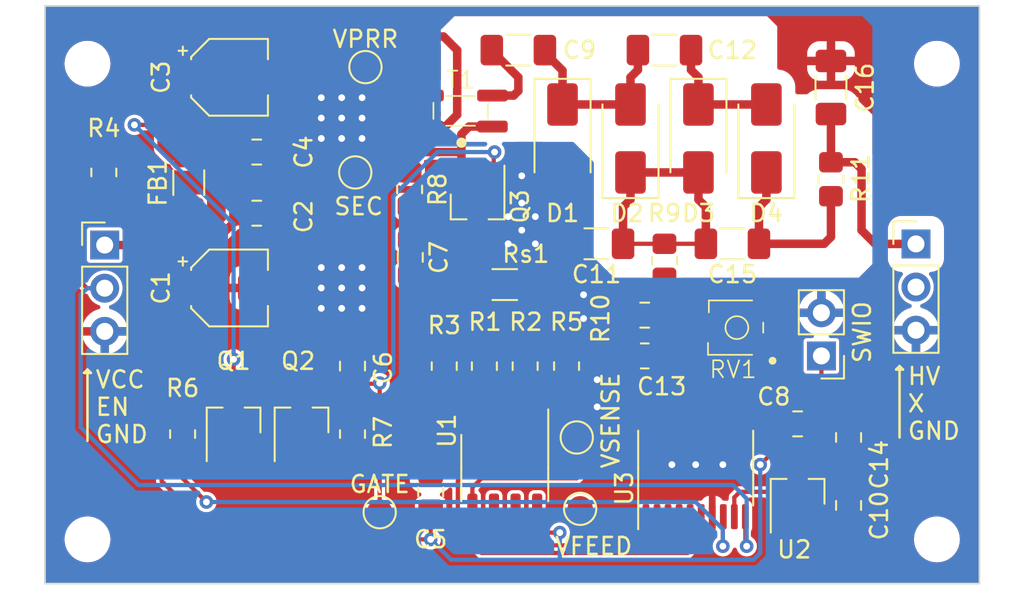
<source format=kicad_pcb>
(kicad_pcb (version 20221018) (generator pcbnew)

  (general
    (thickness 1.6)
  )

  (paper "A4")
  (layers
    (0 "F.Cu" signal)
    (31 "B.Cu" signal)
    (32 "B.Adhes" user "B.Adhesive")
    (33 "F.Adhes" user "F.Adhesive")
    (34 "B.Paste" user)
    (35 "F.Paste" user)
    (36 "B.SilkS" user "B.Silkscreen")
    (37 "F.SilkS" user "F.Silkscreen")
    (38 "B.Mask" user)
    (39 "F.Mask" user)
    (40 "Dwgs.User" user "User.Drawings")
    (41 "Cmts.User" user "User.Comments")
    (42 "Eco1.User" user "User.Eco1")
    (43 "Eco2.User" user "User.Eco2")
    (44 "Edge.Cuts" user)
    (45 "Margin" user)
    (46 "B.CrtYd" user "B.Courtyard")
    (47 "F.CrtYd" user "F.Courtyard")
    (48 "B.Fab" user)
    (49 "F.Fab" user)
    (50 "User.1" user)
    (51 "User.2" user)
    (52 "User.3" user)
    (53 "User.4" user)
    (54 "User.5" user)
    (55 "User.6" user)
    (56 "User.7" user)
    (57 "User.8" user)
    (58 "User.9" user)
  )

  (setup
    (pad_to_mask_clearance 0)
    (pcbplotparams
      (layerselection 0x00010fc_ffffffff)
      (plot_on_all_layers_selection 0x0000000_00000000)
      (disableapertmacros false)
      (usegerberextensions false)
      (usegerberattributes true)
      (usegerberadvancedattributes true)
      (creategerberjobfile true)
      (dashed_line_dash_ratio 12.000000)
      (dashed_line_gap_ratio 3.000000)
      (svgprecision 4)
      (plotframeref false)
      (viasonmask false)
      (mode 1)
      (useauxorigin false)
      (hpglpennumber 1)
      (hpglpenspeed 20)
      (hpglpendiameter 15.000000)
      (dxfpolygonmode true)
      (dxfimperialunits true)
      (dxfusepcbnewfont true)
      (psnegative false)
      (psa4output false)
      (plotreference true)
      (plotvalue true)
      (plotinvisibletext false)
      (sketchpadsonfab false)
      (subtractmaskfromsilk false)
      (outputformat 1)
      (mirror false)
      (drillshape 1)
      (scaleselection 1)
      (outputdirectory "")
    )
  )

  (net 0 "")
  (net 1 "VCC")
  (net 2 "GND")
  (net 3 "/VPR")
  (net 4 "Net-(Q3-G)")
  (net 5 "/RFEED_H")
  (net 6 "Net-(D1-K)")
  (net 7 "Net-(D2-K)")
  (net 8 "Net-(D3-K)")
  (net 9 "Net-(D4-K)")
  (net 10 "Net-(C7-Pad1)")
  (net 11 "VDD")
  (net 12 "Net-(C9-Pad1)")
  (net 13 "VPP")
  (net 14 "/ENABLE")
  (net 15 "unconnected-(J2-Pin_2-Pad2)")
  (net 16 "Net-(U1B-+)")
  (net 17 "Net-(Q1-B)")
  (net 18 "/MOS_D")
  (net 19 "Net-(Q1-E)")
  (net 20 "Net-(U1A-+)")
  (net 21 "/VSENSE")
  (net 22 "Net-(U1A--)")
  (net 23 "/GATE_DRV")
  (net 24 "/VFEED")
  (net 25 "/SWIO")
  (net 26 "Net-(R10-Pad2)")
  (net 27 "unconnected-(U3-PD4_A7_T2AETR2-Pad1)")
  (net 28 "unconnected-(U3-PD5_A5_UART_TX-Pad2)")
  (net 29 "unconnected-(U3-PD6_A6_UART_RX-Pad3)")
  (net 30 "unconnected-(U3-PD7_NRST_T2CH4-Pad4)")
  (net 31 "unconnected-(U3-PC1_SDA-Pad11)")
  (net 32 "unconnected-(U3-PC2_SCL-Pad12)")
  (net 33 "unconnected-(U3-PC3-Pad13)")
  (net 34 "unconnected-(U3-PC4_A2_T1CH4-Pad14)")
  (net 35 "unconnected-(U3-PC5_SCK-Pad15)")
  (net 36 "unconnected-(U3-PC6_MOSI-Pad16)")
  (net 37 "unconnected-(U3-PC7_MISO-Pad17)")
  (net 38 "unconnected-(U3-PD2_A3_T2CH1-Pad19)")
  (net 39 "unconnected-(U3-PD2_A4_T1CH2-Pad20)")

  (footprint "Resistor_SMD:R_0805_2012Metric_Pad1.20x1.40mm_HandSolder" (layer "F.Cu") (at 136.7625 44.8 -90))

  (footprint "Resistor_SMD:R_0805_2012Metric_Pad1.20x1.40mm_HandSolder" (layer "F.Cu") (at 132 44.8 90))

  (footprint "MountingHole:MountingHole_2.2mm_M2_DIN965" (layer "F.Cu") (at 111 55))

  (footprint "Connector_PinHeader_2.54mm:PinHeader_1x03_P2.54mm_Vertical" (layer "F.Cu") (at 112.0145 37.675))

  (footprint "Resistor_SMD:R_0805_2012Metric_Pad1.20x1.40mm_HandSolder" (layer "F.Cu") (at 154.7625 33.8 90))

  (footprint "Capacitor_SMD:C_1206_3216Metric_Pad1.33x1.80mm_HandSolder" (layer "F.Cu") (at 154.7625 28.4 90))

  (footprint "Capacitor_SMD:C_0805_2012Metric_Pad1.18x1.45mm_HandSolder" (layer "F.Cu") (at 126.6 44.8 90))

  (footprint "Package_TO_SOT_SMD:SOT-23_Handsoldering" (layer "F.Cu") (at 123.6 48 90))

  (footprint "MountingHole:MountingHole_2.2mm_M2_DIN965" (layer "F.Cu") (at 161 27))

  (footprint "TestPoint:TestPoint_Pad_D1.5mm" (layer "F.Cu") (at 139.8 49))

  (footprint "TestPoint:TestPoint_Pad_D1.5mm" (layer "F.Cu") (at 128.2 53.4))

  (footprint "MountingHole:MountingHole_2.2mm_M2_DIN965" (layer "F.Cu") (at 161 55))

  (footprint "Resistor_SMD:R_0805_2012Metric_Pad1.20x1.40mm_HandSolder" (layer "F.Cu") (at 126.6 48.8 90))

  (footprint "Diode_SMD:D_SMA" (layer "F.Cu") (at 142.9625 31.4 90))

  (footprint "Resistor_SMD:R_0805_2012Metric_Pad1.20x1.40mm_HandSolder" (layer "F.Cu") (at 134.3625 44.8 -90))

  (footprint "TestPoint:TestPoint_Pad_D1.5mm" (layer "F.Cu") (at 127.3625 27.2))

  (footprint "Capacitor_SMD:C_1206_3216Metric_Pad1.33x1.80mm_HandSolder" (layer "F.Cu") (at 144.9625 26.2))

  (footprint "Package_TO_SOT_SMD:SOT-23_Handsoldering" (layer "F.Cu") (at 152.8 52.2 90))

  (footprint "Connector_PinHeader_2.54mm:PinHeader_1x03_P2.54mm_Vertical" (layer "F.Cu") (at 159.7665 37.607))

  (footprint "lcsc_misc:ATB322524-0110-T000" (layer "F.Cu") (at 132.9625 29.8))

  (footprint "Resistor_SMD:R_1206_3216Metric_Pad1.30x1.75mm_HandSolder" (layer "F.Cu") (at 116.9625 34 90))

  (footprint "Capacitor_SMD:C_0805_2012Metric_Pad1.18x1.45mm_HandSolder" (layer "F.Cu") (at 143.8 41.8 180))

  (footprint "lcsc_misc:VG039NCHXTB222" (layer "F.Cu") (at 147.625 42.584861 90))

  (footprint "Capacitor_SMD:CP_Elec_4x5.4" (layer "F.Cu") (at 119.3625 27.8))

  (footprint "Resistor_SMD:R_0805_2012Metric_Pad1.20x1.40mm_HandSolder" (layer "F.Cu") (at 144.9625 38.6 -90))

  (footprint "Capacitor_SMD:C_0805_2012Metric_Pad1.18x1.45mm_HandSolder" (layer "F.Cu") (at 120.9625 32.2))

  (footprint "Capacitor_SMD:C_0805_2012Metric_Pad1.18x1.45mm_HandSolder" (layer "F.Cu") (at 130 38.4 -90))

  (footprint "Resistor_SMD:R_1206_3216Metric_Pad1.30x1.75mm_HandSolder" (layer "F.Cu") (at 135.5625 40))

  (footprint "MountingHole:MountingHole_2.2mm_M2_DIN965" (layer "F.Cu") (at 111 27))

  (footprint "Capacitor_SMD:C_0805_2012Metric_Pad1.18x1.45mm_HandSolder" (layer "F.Cu") (at 155.8 53 -90))

  (footprint "Diode_SMD:D_SMA" (layer "F.Cu") (at 146.9625 31.4 -90))

  (footprint "Resistor_SMD:R_0805_2012Metric_Pad1.20x1.40mm_HandSolder" (layer "F.Cu") (at 116.6 48.8 90))

  (footprint "Resistor_SMD:R_0805_2012Metric_Pad1.20x1.40mm_HandSolder" (layer "F.Cu") (at 111.9625 33.4 90))

  (footprint "Package_TO_SOT_SMD:SOT-23_Handsoldering" (layer "F.Cu") (at 119.6 48 90))

  (footprint "Capacitor_SMD:C_0805_2012Metric_Pad1.18x1.45mm_HandSolder" (layer "F.Cu") (at 155.8 49 90))

  (footprint "Capacitor_SMD:C_1206_3216Metric_Pad1.33x1.80mm_HandSolder" (layer "F.Cu") (at 148.9625 37.6))

  (footprint "Capacitor_SMD:C_1206_3216Metric_Pad1.33x1.80mm_HandSolder" (layer "F.Cu") (at 136.3625 26.2))

  (footprint "Resistor_SMD:R_0805_2012Metric_Pad1.20x1.40mm_HandSolder" (layer "F.Cu") (at 143.8 44.2))

  (footprint "Diode_SMD:D_SMA" (layer "F.Cu") (at 150.9625 31.4 90))

  (footprint "Package_TO_SOT_SMD:SOT-23_Handsoldering" (layer "F.Cu") (at 133.9625 35.4 -90))

  (footprint "Diode_SMD:D_SMA" (layer "F.Cu") (at 138.9625 31.4 -90))

  (footprint "Connector_PinHeader_2.54mm:PinHeader_1x02_P2.54mm_Vertical" (layer "F.Cu") (at 154.2 44.2 180))

  (footprint "Package_SO:SOIC-8_3.9x4.9mm_P1.27mm" (layer "F.Cu") (at 135.5625 50.8 -90))

  (footprint "Resistor_SMD:R_0805_2012Metric_Pad1.20x1.40mm_HandSolder" (layer "F.Cu") (at 139.2 44.8 90))

  (footprint "Capacitor_SMD:CP_Elec_4x5.4" (layer "F.Cu") (at 119.3625 40.2))

  (footprint "Package_SO:TSSOP-20_4.4x6.5mm_P0.65mm" (layer "F.Cu") (at 146.8 50.8 90))

  (footprint "Capacitor_SMD:C_1206_3216Metric_Pad1.33x1.80mm_HandSolder" (layer "F.Cu") (at 140.9625 37.6))

  (footprint "Capacitor_SMD:C_0805_2012Metric_Pad1.18x1.45mm_HandSolder" (layer "F.Cu") (at 131.2 52.2 90))

  (footprint "Resistor_SMD:R_0805_2012Metric_Pad1.20x1.40mm_HandSolder" (layer "F.Cu") (at 129.9625 34.4 -90))

  (footprint "TestPoint:TestPoint_Pad_D1.5mm" (layer "F.Cu") (at 126.7625 33.4))

  (footprint "TestPoint:TestPoint_Pad_D1.5mm" (layer "F.Cu") (at 140 53.2))

  (footprint "Capacitor_SMD:C_0805_2012Metric_Pad1.18x1.45mm_HandSolder" (layer "F.Cu") (at 120.9625 35.8))

  (footprint "Capacitor_SMD:C_0805_2012Metric_Pad1.18x1.45mm_HandSolder" (layer "F.Cu") (at 152.8 48.2))

  (gr_line (start 110.8 45.2) (end 111.2 45.2)
    (stroke (width 0.15) (type default)) (layer "F.SilkS") (tstamp 0ae0131c-fff4-46b6-b449-9c0993df9f9c))
  (gr_line (start 158.8 44.8) (end 158.6 45)
    (stroke (width 0.15) (type default)) (layer "F.SilkS") (tstamp 1020d271-1bc7-4f3d-a11d-9dcd8fafd51d))
  (gr_line (start 111 45) (end 111 49.2)
    (stroke (width 0.15) (type default)) (layer "F.SilkS") (tstamp 1477062b-458a-4957-9f25-7f0e5be0530b))
  (gr_line (start 111.2 45.2) (end 111 45)
    (stroke (width 0.15) (type default)) (layer "F.SilkS") (tstamp 1a242a07-27af-487c-9480-dd142d5c6339))
  (gr_line (start 159 45) (end 158.8 44.8)
    (stroke (width 0.15) (type default)) (layer "F.SilkS") (tstamp 28b3c116-76b5-4719-9f55-687c9bd2dd76))
  (gr_line (start 158.6 45) (end 159 45)
    (stroke (width 0.15) (type default)) (layer "F.SilkS") (tstamp 5a6bdfc8-bb55-4190-9024-06a17bfe8fc3))
  (gr_line (start 158.8 44.8) (end 158.8 49)
    (stroke (width 0.15) (type default)) (layer "F.SilkS") (tstamp 839d92c9-6ae5-46c2-bc78-289c43e422ee))
  (gr_line (start 111 45) (end 110.8 45.2)
    (stroke (width 0.15) (type default)) (layer "F.SilkS") (tstamp fd367d7d-94a2-41b8-abb2-7e91f863b4be))
  (gr_rect (start 108.5 23.6) (end 163.5 57.6)
    (stroke (width 0.1) (type default)) (fill none) (layer "Edge.Cuts") (tstamp f237f43f-3bb2-4665-92f8-866e22f3400d))
  (gr_text "HV\nX\nGND\n" (at 159.2 49.2) (layer "F.SilkS") (tstamp 2973b3db-14b4-45bd-a5e6-45d896998617)
    (effects (font (size 1 1) (thickness 0.15)) (justify left bottom))
  )
  (gr_text "VCC\nEN\nGND\n" (at 111.4 49.4) (layer "F.SilkS") (tstamp a6124a94-4cc1-4f7b-8539-0164ff84cb4d)
    (effects (font (size 1 1) (thickness 0.15)) (justify left bottom))
  )

  (segment (start 152.6 49.4) (end 151.8 49.4) (width 0.25) (layer "F.Cu") (net 1) (tstamp 0246bb67-86bd-4281-9444-8144cd8b8fcf))
  (segment (start 119.925 35.8) (end 119.925 36.0375) (width 0.5) (layer "F.Cu") (net 1) (tstamp 0a47d165-51c5-4123-87f9-43c5fdd0f78e))
  (segment (start 115.3625 51.5625) (end 118.8 55) (width 0.25) (layer "F.Cu") (net 1) (tstamp 1402e35d-3684-447a-8f74-742370ebcd50))
  (segment (start 119.925 36.0375) (end 118.5625 37.4) (width 0.5) (layer "F.Cu") (net 1) (tstamp 185aae93-bb15-4d7d-afdb-7b7d25310887))
  (segment (start 118.5625 37.4) (end 115.3625 37.4) (width 0.5) (layer "F.Cu") (net 1) (tstamp 2241f2f8-b182-4335-887b-242b7aee3e51))
  (segment (start 117.5625 40.2) (end 115.3625 40.2) (width 0.5) (layer "F.Cu") (net 1) (tstamp 279359e5-12fc-48f6-910a-a1bc5775225e))
  (segment (start 150.6 50.6) (end 151.7625 49.4375) (width 0.25) (layer "F.Cu") (net 1) (tstamp 363494be-ba26-4bb9-ba03-8038cae19e3f))
  (segment (start 115.3625 37.8) (end 115.3625 40.2) (width 0.5) (layer "F.Cu") (net 1) (tstamp 4209afe0-53c0-4bce-b39a-038cc264a92b))
  (segment (start 137.6 54.6) (end 138.8 54.6) (width 0.25) (layer "F.Cu") (net 1) (tstamp 4a1032c3-eac9-4163-9f10-a76bf76a717c))
  (segment (start 152.8 49.6) (end 152.6 49.4) (width 0.25) (layer "F.Cu") (net 1) (tstamp 4f2a3a66-8e1a-45b5-b14d-b9afa39c2e71))
  (segment (start 118.8 55) (end 131.2 55) (width 0.25) (layer "F.Cu") (net 1) (tstamp 730e2d72-447e-4ca9-9258-f0a4fa014251))
  (segment (start 115.6125 35.55) (end 115.3625 35.8) (width 0.5) (layer "F.Cu") (net 1) (tstamp 7d2d31bf-7f70-4267-b0ce-13d9dfb39ba8))
  (segment (start 111.9625 37.675) (end 115.2375 37.675) (width 0.5) (layer "F.Cu") (net 1) (tstamp 7d932338-b960-4528-8c3d-0f6e76f7f005))
  (segment (start 131.2 53.2375) (end 131.2 55) (width 0.25) (layer "F.Cu") (net 1) (tstamp 87de6b01-84dd-43ee-8723-96d8cf0f9abb))
  (segment (start 151.7625 48.2) (end 151.7625 49.2) (width 0.25) (layer "F.Cu") (net 1) (tstamp 952256d4-582d-4b46-a280-1ad709d6bd8e))
  (segment (start 115.3625 35.8) (end 115.3625 37.4) (width 0.5) (layer "F.Cu") (net 1) (tstamp 9f7c8363-d5ca-4dc2-b98b-cce6443e562c))
  (segment (start 152.8 50.7) (end 152.8 49.6) (width 0.25) (layer "F.Cu") (net 1) (tstamp acfd0dde-a4fe-48b9-8a62-63d81d002728))
  (segment (start 137.4675 53.275) (end 137.4675 54.4675) (width 0.25) (layer "F.Cu") (net 1) (tstamp ba08b0a9-ff36-4867-b84c-93b57bdfb036))
  (segment (start 116.9625 35.55) (end 115.6125 35.55) (width 0.5) (layer "F.Cu") (net 1) (tstamp cd4de93a-8799-4dc3-92df-d90737ee8a81))
  (segment (start 137.4675 54.4675) (end 137.6 54.6) (width 0.25) (layer "F.Cu") (net 1) (tstamp cf27cb83-1cbe-4d1f-b6a5-e3cebcb0df0b))
  (segment (start 151.8 49.4) (end 151.7625 49.4375) (width 0.25) (layer "F.Cu") (net 1) (tstamp d1fdd032-4160-4b3e-aa42-d6b1cbf925f3))
  (segment (start 151.7625 49.2) (end 151.7625 49.4375) (width 0.25) (layer "F.Cu") (net 1) (tstamp d2ef4f0c-c2a7-4eef-a466-77f4311ae5d7))
  (segment (start 115.3625 40.2) (end 115.3625 40.6) (width 0.5) (layer "F.Cu") (net 1) (tstamp d8230a41-8283-4f53-8875-b796a73af947))
  (segment (start 115.2375 37.675) (end 115.3625 37.8) (width 0.5) (layer "F.Cu") (net 1) (tstamp dc237eb1-6ed7-4118-832c-97c15e08108a))
  (segment (start 115.3625 37.4) (end 115.3625 37.8) (width 0.5) (layer "F.Cu") (net 1) (tstamp ef79c898-a0e0-4f07-89b7-fe11d9ee7d01))
  (segment (start 115.3625 40.6) (end 115.3625 51.5625) (width 0.25) (layer "F.Cu") (net 1) (tstamp ff46f16c-65d0-48a3-ab4f-f4f10a8c8a1d))
  (via (at 150.6 50.6) (size 0.8) (drill 0.4) (layers "F.Cu" "B.Cu") (net 1) (tstamp 64e69e4a-1402-4b23-9c17-7dd371fb6be6))
  (via (at 138.8 54.6) (size 0.8) (drill 0.4) (layers "F.Cu" "B.Cu") (net 1) (tstamp 9883d47f-aa4d-4c81-9f72-313d083dfe2d))
  (via (at 131.2 55) (size 0.8) (drill 0.4) (layers "F.Cu" "B.Cu") (net 1) (tstamp ce9e38a3-a4a3-4147-a476-cbf2ca5c9a48))
  (segment (start 138.8 56.2) (end 132.4 56.2) (width 0.25) (layer "B.Cu") (net 1) (tstamp 508a58ad-cc6f-46b7-a4ce-ca9396fcffbd))
  (segment (start 138.8 54.6) (end 138.8 56.2) (width 0.25) (layer "B.Cu") (net 1) (tstamp 50dc9a6d-d26d-4fc9-b840-343f17d4c4c1))
  (segment (start 150.6 55.8) (end 150.6 50.6) (width 0.25) (layer "B.Cu") (net 1) (tstamp 5402cfe7-ce89-43e0-bded-20fa3b381d4d))
  (segment (start 132.4 56.2) (end 131.2 55) (width 0.25) (layer "B.Cu") (net 1) (tstamp 84a37d8d-b8df-4dfb-951f-ed151dbfb0db))
  (segment (start 150.2 56.2) (end 150.6 55.8) (width 0.25) (layer "B.Cu") (net 1) (tstamp d33aded1-b9c6-4cd9-b0a7-249cc8c1abef))
  (segment (start 138.8 56.2) (end 150.2 56.2) (width 0.25) (layer "B.Cu") (net 1) (tstamp e77343cd-23da-4388-9427-b5d4a02dd1ab))
  (segment (start 136.2125 40) (end 135.8125 40.4) (width 0.25) (layer "F.Cu") (net 2) (tstamp 1e59a7fc-2f74-44e2-8caa-fe4a04e20e14))
  (segment (start 139.4 39.5625) (end 139.4 37.6) (width 0.5) (layer "F.Cu") (net 2) (tstamp 1fd17d7d-9d74-4342-b3f9-1a0283dd1922))
  (segment (start 127.2875 28.875) (end 127.1625 29) (width 0.5) (layer "F.Cu") (net 2) (tstamp 3b1cae46-957c-4433-8d22-a959f2b77635))
  (segment (start 137.1125 40) (end 136.2125 40) (width 0.25) (layer "F.Cu") (net 2) (tstamp 3d7190bb-01f7-4f71-8d7f-bccd07cd28ca))
  (segment (start 131.075 28.875) (end 127.2875 28.875) (width 0.5) (layer "F.Cu") (net 2) (tstamp 619767c2-e242-447b-a52e-c0eca5f48828))
  (segment (start 138.9625 40) (end 139.4 39.5625) (width 0.5) (layer "F.Cu") (net 2) (tstamp 79b8bd89-7aaf-4ca5-b7ec-f7381b64bf04))
  (segment (start 135.8125 42.85) (end 136.7625 43.8) (width 0.25) (layer "F.Cu") (net 2) (tstamp 8c1451e2-d2c1-45a0-9060-5af19b1bd1e8))
  (segment (start 135.8125 40.4) (end 135.8125 42.85) (width 0.25) (layer "F.Cu") (net 2) (tstamp a83c8370-6636-4cda-a97b-db43356e2482))
  (segment (start 137.1125 40) (end 138.9625 40) (width 0.5) (layer "F.Cu") (net 2) (tstamp d1c37917-3e48-443d-804a-fc962cb1e38a))
  (via (at 136.5625 33.6) (size 0.8) (drill 0.4) (layers "F.Cu" "B.Cu") (free) (net 2) (tstamp 0d979c37-1b31-45bb-8e36-0ed3d1bccf3b))
  (via (at 148.4 50.6) (size 0.8) (drill 0.4) (layers "F.Cu" "B.Cu") (free) (net 2) (tstamp 1347dce1-0194-4ffd-ab44-877d412daa44))
  (via (at 127.1625 29) (size 0.8) (drill 0.4) (layers "F.Cu" "B.Cu") (free) (net 2) (tstamp 157bfaa7-d34d-4aa1-b5ea-8ab7045b8199))
  (via (at 146.8 50.6) (size 0.8) (drill 0.4) (layers "F.Cu" "B.Cu") (free) (net 2) (tstamp 1eca4b57-e6ac-4e14-8e03-c292e074cf78))
  (via (at 136.5625 35.2) (size 0.8) (drill 0.4) (layers "F.Cu" "B.Cu") (free) (net 2) (tstamp 27e5c644-c900-425f-b5f5-82f4776a1dca))
  (via (at 125.9625 39) (size 0.8) (drill 0.4) (layers "F.Cu" "B.Cu") (free) (net 2) (tstamp 28f7a659-d724-46de-a2b1-6d64872052d7))
  (via (at 135.7625 36) (size 0.8) (drill 0.4) (layers "F.Cu" "B.Cu") (free) (net 2) (tstamp 2ed7e1f9-d1f0-41fc-8d11-67c40ba2a9b6))
  (via (at 125.9625 31.4) (size 0.8) (drill 0.4) (layers "F.Cu" "B.Cu") (free) (net 2) (tstamp 2fad1f14-f21c-4378-b098-50003ffc4b2c))
  (via (at 127.1625 41.4) (size 0.8) (drill 0.4) (layers "F.Cu" "B.Cu") (free) (net 2) (tstamp 364a2e0e-3a46-4af4-9d88-d02759e4dcda))
  (via (at 125.9625 41.4) (size 0.8) (drill 0.4) (layers "F.Cu" "B.Cu") (free) (net 2) (tstamp 46eb255f-9e5d-4c85-b6a3-2b4f6c7dea5c))
  (via (at 125.9625 29) (size 0.8) (drill 0.4) (layers "F.Cu" "B.Cu") (free) (net 2) (tstamp 4d820dc3-b711-4585-9c3d-fa332de2b452))
  (via (at 127.1625 31.4) (size 0.8) (drill 0.4) (layers "F.Cu" "B.Cu") (free) (net 2) (tstamp 4ebe9b0a-777d-45eb-bf14-d2757a217286))
  (via (at 125.9625 30.2) (size 0.8) (drill 0.4) (layers "F.Cu" "B.Cu") (free) (net 2) (tstamp 52072a69-b739-4a66-a458-2071c14df0ed))
  (via (at 140.2 42) (size 0.8) (drill 0.4) (layers "F.Cu" "B.Cu") (free) (net 2) (tstamp 65d8c53b-8c16-4f06-9bfb-8fe573b368e1))
  (via (at 125.9625 40.2) (size 0.8) (drill 0.4) (layers "F.Cu" "B.Cu") (free) (net 2) (tstamp 66f21dd1-830d-43cd-8472-7b77b59f2b8d))
  (via (at 137.3625 37.6) (size 0.8) (drill 0.4) (layers "F.Cu" "B.Cu") (free) (net 2) (tstamp 6ead7efe-5de1-4768-a281-3d7ab9818ef6))
  (via (at 145.4 50.6) (size 0.8) (drill 0.4) (layers "F.Cu" "B.Cu") (free) (net 2) (tstamp 79ff50df-605c-466d-a0e2-55093a44299e))
  (via (at 127.1625 39) (size 0.8) (drill 0.4) (layers "F.Cu" "B.Cu") (free) (net 2) (tstamp 7ebc1620-7901-4e14-ab37-211fea02187b))
  (via (at 124.7625 29) (size 0.8) (drill 0.4) (layers "F.Cu" "B.Cu") (free) (net 2) (tstamp 8074967d-2bd3-4241-a556-2d66b5b62742))
  (via (at 124.7625 30.2) (size 0.8) (drill 0.4) (layers "F.Cu" "B.Cu") (free) (net 2) (tstamp 93ac1ab9-d7d1-4c76-a056-6971acdea75a))
  (via (at 137.3625 36) (size 0.8) (drill 0.4) (layers "F.Cu" "B.Cu") (free) (net 2) (tstamp 9491272d-db60-42e3-be49-db904034150b))
  (via (at 135.7625 37.6) (size 0.8) (drill 0.4) (layers "F.Cu" "B.Cu") (free) (net 2) (tstamp 9f8cf49f-25bb-4656-b404-cdfa2bba8ca3))
  (via (at 141 47.2) (size 0.8) (drill 0.4) (layers "F.Cu" "B.Cu") (free) (net 2) (tstamp a0472069-abaf-4330-b347-ac788b7dfc4f))
  (via (at 136.5625 36.8) (size 0.8) (drill 0.4) (layers "F.Cu" "B.Cu") (free) (net 2) (tstamp bb40aceb-97e3-47c8-84a8-86e6b26a647e))
  (via (at 124.7625 39) (size 0.8) (drill 0.4) (layers "F.Cu" "B.Cu") (free) (net 2) (tstamp cd8d7899-f196-488a-b0ab-877e9be4a7a6))
  (via (at 124.7625 41.4) (size 0.8) (drill 0.4) (layers "F.Cu" "B.Cu") (free) (net 2) (tstamp d6bcc7c1-70bb-4271-a219-337c60aeb9db))
  (via (at 140.2 40.6) (size 0.8) (drill 0.4) (layers "F.Cu" "B.Cu") (free) (net 2) (
... [268447 chars truncated]
</source>
